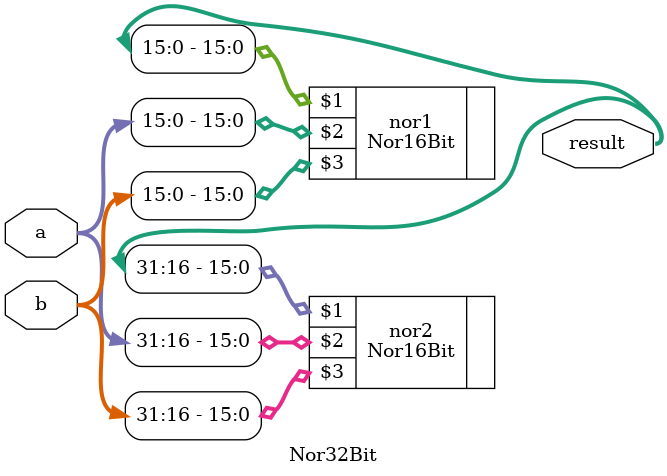
<source format=v>
module Nor32Bit(output[32:0] result,
					input[32:0] a, 
					input[32:0] b);

	Nor16Bit nor1(result[15:0], a[15:0], b[15:0]);
	Nor16Bit nor2(result[31:16], a[31:16], b[31:16]);

endmodule 
</source>
